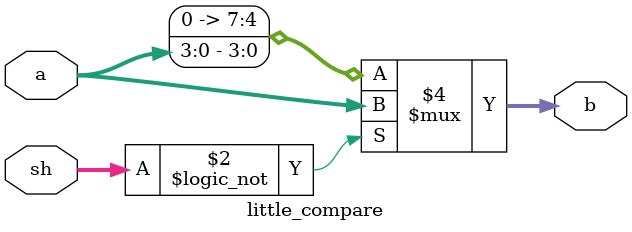
<source format=v>
module little_compare(a,sh,b);
input [7:0] a;
input [3:0] sh;
output reg [7:0] b;

always@(sh or a or b)
begin
if(sh==4'b0000)
	b=a;
else
	b={4'b0,a[3:0]};
end
endmodule

</source>
